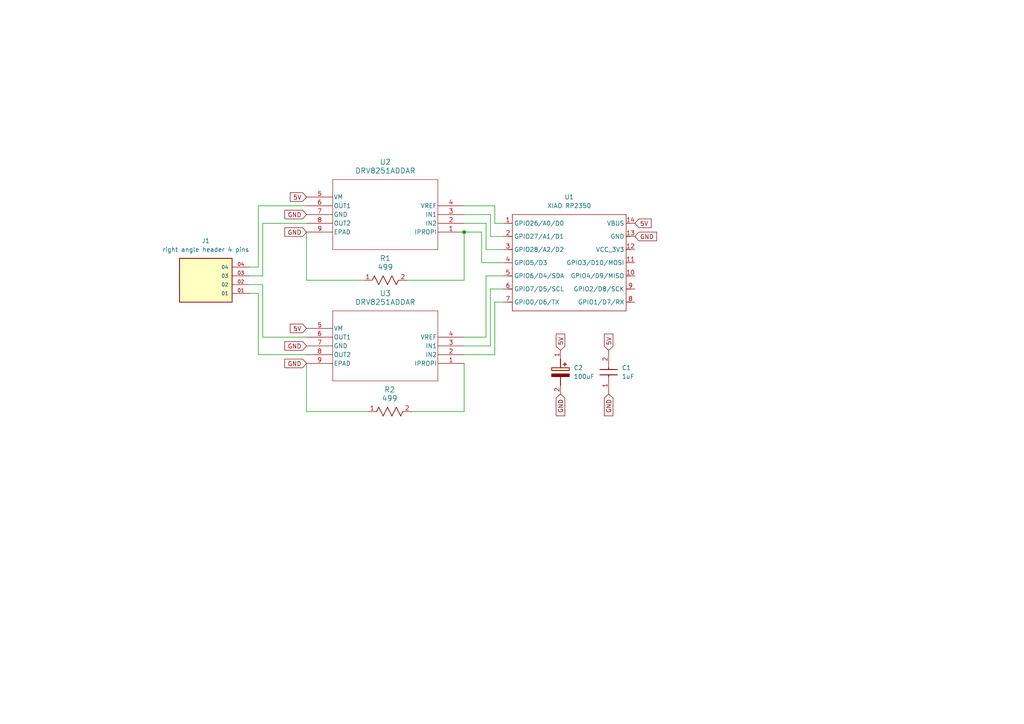
<source format=kicad_sch>
(kicad_sch (version 20250114) (generator "eeschema") (generator_version "9.0")
  (paper "A4")
  (lib_symbols
    (symbol "Neil:Capacitor 1206" (pin_names (hide yes))
      (property "Reference" "C" (at 8.89 6.35 0))
      (property "Value" "1uF" (at 8.89 3.81 0))
      (symbol "Capacitor 1206_1_1"
        (polyline (pts (xy 5.08 0) (xy 5.588 0)) (stroke (width 0.254)))
        (polyline (pts (xy 5.588 2.54) (xy 5.588 -2.54)) (stroke (width 0.254)))
        (polyline (pts (xy 7.112 2.54) (xy 7.112 -2.54)) (stroke (width 0.254)))
        (polyline (pts (xy 7.112 0) (xy 7.62 0)) (stroke (width 0.254)))
        (pin passive line (at 0 0 0) (length 5.08) (name "1") (number "1"))
        (pin passive line (at 12.7 0 180) (length 5.08) (name "2") (number "2"))
      )
    )
    (symbol "Neil:DRV8251ADDAR" (pin_names (offset 0.254))
      (property "Reference" "U" (at 22.86 10.16 0))
      (property "Value" "DRV8251ADDAR" (at 22.86 7.62 0))
      (symbol "DRV8251ADDAR_0_1"
        (polyline (pts (xy 7.62 5.08) (xy 7.62 -15.24)) (stroke (width 0.127)))
        (polyline (pts (xy 7.62 -15.24) (xy 38.1 -15.24)) (stroke (width 0.127)))
        (polyline (pts (xy 38.1 5.08) (xy 7.62 5.08)) (stroke (width 0.127)))
        (polyline (pts (xy 38.1 -15.24) (xy 38.1 5.08)) (stroke (width 0.127)))
        (pin power_in line (at 0 0 0) (length 7.62) (name "IPROPI") (number "1"))
        (pin input line (at 0 -2.54 0) (length 7.62) (name "IN2") (number "2"))
        (pin input line (at 0 -5.08 0) (length 7.62) (name "IN1") (number "3"))
        (pin power_in line (at 0 -7.62 0) (length 7.62) (name "VREF") (number "4"))
        (pin power_out line (at 45.72 0 180) (length 7.62) (name "EPAD") (number "9"))
        (pin output line (at 45.72 -2.54 180) (length 7.62) (name "OUT2") (number "8"))
        (pin power_out line (at 45.72 -5.08 180) (length 7.62) (name "GND") (number "7"))
        (pin output line (at 45.72 -7.62 180) (length 7.62) (name "OUT1") (number "6"))
        (pin power_in line (at 45.72 -10.16 180) (length 7.62) (name "VM") (number "5"))
      )
    )
    (symbol "Neil:Resistor 1206" (pin_names (offset 0.254))
      (property "Reference" "R" (at 5.715 3.81 0))
      (property "Value" "1k" (at 6.35 -3.81 0))
      (symbol "Resistor 1206_1_1"
        (polyline (pts (xy 2.54 0) (xy 3.175 1.27)) (stroke (width 0.2032)))
        (polyline (pts (xy 3.175 1.27) (xy 4.445 -1.27)) (stroke (width 0.2032)))
        (polyline (pts (xy 4.445 -1.27) (xy 5.715 1.27)) (stroke (width 0.2032)))
        (polyline (pts (xy 5.715 1.27) (xy 6.985 -1.27)) (stroke (width 0.2032)))
        (polyline (pts (xy 6.985 -1.27) (xy 8.255 1.27)) (stroke (width 0.2032)))
        (polyline (pts (xy 8.255 1.27) (xy 9.525 -1.27)) (stroke (width 0.2032)))
        (polyline (pts (xy 9.525 -1.27) (xy 10.16 0)) (stroke (width 0.2032)))
        (pin unspecified line (at 0 0 0) (length 2.54) (name "") (number "1"))
        (pin unspecified line (at 12.7 0 180) (length 2.54) (name "") (number "2"))
      )
      (symbol "Resistor 1206_1_2"
        (polyline (pts (xy -1.27 8.255) (xy 1.27 9.525)) (stroke (width 0.2032)))
        (polyline (pts (xy -1.27 5.715) (xy 1.27 6.985)) (stroke (width 0.2032)))
        (polyline (pts (xy -1.27 3.175) (xy 1.27 4.445)) (stroke (width 0.2032)))
        (polyline (pts (xy 0 2.54) (xy -1.27 3.175)) (stroke (width 0.2032)))
        (polyline (pts (xy 1.27 9.525) (xy 0 10.16)) (stroke (width 0.2032)))
        (polyline (pts (xy 1.27 6.985) (xy -1.27 8.255)) (stroke (width 0.2032)))
        (polyline (pts (xy 1.27 4.445) (xy -1.27 5.715)) (stroke (width 0.2032)))
        (pin unspecified line (at 0 12.7 270) (length 2.54) (name "") (number "1"))
        (pin unspecified line (at 0 0 90) (length 2.54) (name "") (number "2"))
      )
    )
    (symbol "Neil:XIAO RP2350"
      (property "Reference" "U" (at 1.016 2.794 0))
      (property "Value" "XIAO RP2350" (at 7.62 1.016 0))
      (symbol "XIAO RP2350_1_0"
        (polyline (pts (xy 0 0) (xy 33.02 0)) (stroke (width 0.1524)))
        (polyline (pts (xy 0 -2.54) (xy -1.27 -2.54)) (stroke (width 0.1524)))
        (polyline (pts (xy 0 -2.54) (xy 0 0)) (stroke (width 0.1524)))
        (polyline (pts (xy 0 -6.35) (xy -1.27 -6.35)) (stroke (width 0.1524)))
        (polyline (pts (xy 0 -6.35) (xy 0 -2.54)) (stroke (width 0.1524)))
        (polyline (pts (xy 0 -10.16) (xy -1.27 -10.16)) (stroke (width 0.1524)))
        (polyline (pts (xy 0 -10.16) (xy 0 -6.35)) (stroke (width 0.1524)))
        (polyline (pts (xy 0 -13.97) (xy -1.27 -13.97)) (stroke (width 0.1524)))
        (polyline (pts (xy 0 -13.97) (xy 0 -10.16)) (stroke (width 0.1524)))
        (polyline (pts (xy 0 -17.78) (xy -1.27 -17.78)) (stroke (width 0.1524)))
        (polyline (pts (xy 0 -21.59) (xy -1.27 -21.59)) (stroke (width 0.1524)))
        (polyline (pts (xy 0 -25.4) (xy -1.27 -25.4)) (stroke (width 0.1524)))
        (polyline (pts (xy 0 -27.94) (xy 0 -13.97)) (stroke (width 0.1524)))
        (polyline (pts (xy 33.02 0) (xy 33.02 -2.54)) (stroke (width 0.1524)))
        (polyline (pts (xy 33.02 -2.54) (xy 33.02 -6.35)) (stroke (width 0.1524)))
        (polyline (pts (xy 33.02 -6.35) (xy 33.02 -10.16)) (stroke (width 0.1524)))
        (polyline (pts (xy 33.02 -10.16) (xy 33.02 -27.94)) (stroke (width 0.1524)))
        (polyline (pts (xy 33.02 -27.94) (xy 0 -27.94)) (stroke (width 0.1524)))
        (polyline (pts (xy 34.29 -2.54) (xy 33.02 -2.54)) (stroke (width 0.1524)))
        (polyline (pts (xy 34.29 -6.35) (xy 33.02 -6.35)) (stroke (width 0.1524)))
        (polyline (pts (xy 34.29 -10.16) (xy 33.02 -10.16)) (stroke (width 0.1524)))
        (polyline (pts (xy 34.29 -13.97) (xy 33.02 -13.97)) (stroke (width 0.1524)))
        (polyline (pts (xy 34.29 -17.78) (xy 33.02 -17.78)) (stroke (width 0.1524)))
        (polyline (pts (xy 34.29 -21.59) (xy 33.02 -21.59)) (stroke (width 0.1524)))
        (polyline (pts (xy 34.29 -25.4) (xy 33.02 -25.4)) (stroke (width 0.1524)))
        (pin passive line (at -2.54 -2.54 0) (length 2.54) (name "GPIO26/A0/D0") (number "1"))
        (pin passive line (at -2.54 -6.35 0) (length 2.54) (name "GPIO27/A1/D1") (number "2"))
        (pin passive line (at -2.54 -10.16 0) (length 2.54) (name "GPIO28/A2/D2") (number "3"))
        (pin passive line (at -2.54 -13.97 0) (length 2.54) (name "GPIO5/D3") (number "4"))
        (pin passive line (at -2.54 -17.78 0) (length 2.54) (name "GPIO6/D4/SDA") (number "5"))
        (pin passive line (at -2.54 -21.59 0) (length 2.54) (name "GPIO7/D5/SCL") (number "6"))
        (pin passive line (at -2.54 -25.4 0) (length 2.54) (name "GPIO0/D6/TX") (number "7"))
        (pin passive line (at 35.56 -2.54 180) (length 2.54) (name "VBUS") (number "14"))
        (pin passive line (at 35.56 -6.35 180) (length 2.54) (name "GND") (number "13"))
        (pin passive line (at 35.56 -10.16 180) (length 2.54) (name "VCC_3V3") (number "12"))
        (pin passive line (at 35.56 -13.97 180) (length 2.54) (name "GPIO3/D10/MOSI") (number "11"))
        (pin passive line (at 35.56 -17.78 180) (length 2.54) (name "GPIO4/D9/MISO") (number "10"))
        (pin passive line (at 35.56 -21.59 180) (length 2.54) (name "GPIO2/D8/SCK") (number "9"))
        (pin passive line (at 35.56 -25.4 180) (length 2.54) (name "GPIO1/D7/RX") (number "8"))
      )
    )
    (symbol "Neil:capacitor 0.26x0.26" (pin_names (hide yes))
      (property "Reference" "C" (at 8.89 6.35 0))
      (property "Value" "100uF" (at 8.89 3.81 0))
      (symbol "capacitor 0.26x0.26_1_1"
        (polyline (pts (xy 2.54 0) (xy 5.08 0)) (stroke (width 0.254)))
        (polyline (pts (xy 4.064 1.778) (xy 4.064 0.762)) (stroke (width 0.254)))
        (polyline (pts (xy 4.572 1.27) (xy 3.556 1.27)) (stroke (width 0.254)))
        (rectangle (start 5.08 2.54) (end 5.842 -2.54) (stroke (width 0.254)) (fill (type background)))
        (polyline (pts (xy 7.62 2.54) (xy 7.62 -2.54) (xy 6.858 -2.54) (xy 6.858 2.54) (xy 7.62 2.54)) (stroke (width 0.254)) (fill (type outline)))
        (polyline (pts (xy 7.62 0) (xy 10.16 0)) (stroke (width 0.254)))
        (pin passive line (at 0 0 0) (length 2.54) (name "+") (number "1"))
        (pin passive line (at 12.7 0 180) (length 2.54) (name "-") (number "2"))
      )
    )
    (symbol "Neil:right angle header 4 pins" (pin_names (offset 1.016))
      (property "Reference" "J" (at -8.12 7.62 0))
      (property "Value" "right angle header 4 pins" (at -7.62 -7.62 0))
      (symbol "right angle header 4 pins_0_0"
        (rectangle (start -7.62 -5.08) (end 7.62 7.62) (stroke (width 0.254)) (fill (type background)))
        (pin passive line (at -12.7 5.08 0) (length 5.08) (name "01") (number "01"))
        (pin passive line (at -12.7 2.54 0) (length 5.08) (name "02") (number "02"))
        (pin passive line (at -12.7 0 0) (length 5.08) (name "03") (number "03"))
        (pin passive line (at -12.7 -2.54 0) (length 5.08) (name "04") (number "04"))
      )
    )
  )
  (junction (at 134.62 67.31))
  (wire (pts (xy 76.2 80.01) (xy 72.39 80.01)))
  (wire (pts (xy 76.2 64.77) (xy 76.2 80.01)))
  (wire (pts (xy 134.62 62.23) (xy 142.24 62.23)))
  (wire (pts (xy 106.68 119.38) (xy 88.9 119.38)))
  (wire (pts (xy 139.7 76.2) (xy 146.05 76.2)))
  (wire (pts (xy 118.11 81.28) (xy 134.62 81.28)))
  (wire (pts (xy 88.9 81.28) (xy 88.9 67.31)))
  (wire (pts (xy 134.62 97.79) (xy 140.97 97.79)))
  (wire (pts (xy 134.62 100.33) (xy 142.24 100.33)))
  (wire (pts (xy 74.93 77.47) (xy 72.39 77.47)))
  (wire (pts (xy 143.51 59.69) (xy 143.51 64.77)))
  (wire (pts (xy 88.9 119.38) (xy 88.9 105.41)))
  (wire (pts (xy 134.62 67.31) (xy 139.7 67.31)))
  (wire (pts (xy 142.24 83.82) (xy 146.05 83.82)))
  (wire (pts (xy 134.62 119.38) (xy 134.62 105.41)))
  (wire (pts (xy 88.9 64.77) (xy 76.2 64.77)))
  (wire (pts (xy 140.97 97.79) (xy 140.97 80.01)))
  (wire (pts (xy 74.93 102.87) (xy 74.93 85.09)))
  (wire (pts (xy 88.9 59.69) (xy 74.93 59.69)))
  (wire (pts (xy 143.51 64.77) (xy 146.05 64.77)))
  (wire (pts (xy 88.9 97.79) (xy 76.2 97.79)))
  (wire (pts (xy 142.24 100.33) (xy 142.24 83.82)))
  (wire (pts (xy 134.62 102.87) (xy 143.51 102.87)))
  (wire (pts (xy 143.51 87.63) (xy 146.05 87.63)))
  (wire (pts (xy 142.24 68.58) (xy 146.05 68.58)))
  (wire (pts (xy 134.62 59.69) (xy 143.51 59.69)))
  (wire (pts (xy 134.62 81.28) (xy 134.62 67.31)))
  (wire (pts (xy 105.41 81.28) (xy 88.9 81.28)))
  (wire (pts (xy 140.97 64.77) (xy 140.97 72.39)))
  (wire (pts (xy 140.97 80.01) (xy 146.05 80.01)))
  (wire (pts (xy 139.7 67.31) (xy 139.7 76.2)))
  (wire (pts (xy 143.51 102.87) (xy 143.51 87.63)))
  (wire (pts (xy 140.97 72.39) (xy 146.05 72.39)))
  (wire (pts (xy 76.2 97.79) (xy 76.2 82.55)))
  (wire (pts (xy 88.9 102.87) (xy 74.93 102.87)))
  (wire (pts (xy 134.62 64.77) (xy 140.97 64.77)))
  (wire (pts (xy 74.93 59.69) (xy 74.93 77.47)))
  (wire (pts (xy 142.24 62.23) (xy 142.24 68.58)))
  (wire (pts (xy 76.2 82.55) (xy 72.39 82.55)))
  (wire (pts (xy 74.93 85.09) (xy 72.39 85.09)))
  (wire (pts (xy 119.38 119.38) (xy 134.62 119.38)))
  (global_label "5V" (shape input) (at 176.53 101.6 90) (property "Intersheetrefs" "${INTERSHEET_REFS}" (effects (hide yes))))
  (global_label "5V" (shape input) (at 162.56 101.6 90) (property "Intersheetrefs" "${INTERSHEET_REFS}" (effects (hide yes))))
  (global_label "5V" (shape input) (at 184.15 64.77 0) (property "Intersheetrefs" "${INTERSHEET_REFS}" (effects (hide yes))))
  (global_label "GND" (shape input) (at 88.9 105.41 180) (property "Intersheetrefs" "${INTERSHEET_REFS}" (effects (hide yes))))
  (global_label "GND" (shape input) (at 88.9 67.31 180) (property "Intersheetrefs" "${INTERSHEET_REFS}" (effects (hide yes))))
  (global_label "GND" (shape input) (at 162.56 114.3 270) (property "Intersheetrefs" "${INTERSHEET_REFS}" (effects (hide yes))))
  (global_label "GND" (shape input) (at 88.9 100.33 180) (property "Intersheetrefs" "${INTERSHEET_REFS}" (effects (hide yes))))
  (global_label "GND" (shape input) (at 176.53 114.3 270) (property "Intersheetrefs" "${INTERSHEET_REFS}" (effects (hide yes))))
  (global_label "GND" (shape input) (at 88.9 62.23 180) (property "Intersheetrefs" "${INTERSHEET_REFS}" (effects (hide yes))))
  (global_label "GND" (shape input) (at 184.15 68.58 0) (property "Intersheetrefs" "${INTERSHEET_REFS}" (effects (hide yes))))
  (global_label "5V" (shape input) (at 88.9 57.15 180) (property "Intersheetrefs" "${INTERSHEET_REFS}" (effects (hide yes))))
  (global_label "5V" (shape input) (at 88.9 95.25 180) (property "Intersheetrefs" "${INTERSHEET_REFS}" (effects (hide yes))))
  (symbol (lib_id "Neil:DRV8251ADDAR") (at 134.62 105.41 180) (unit 1)
    (property "Reference" "U3" (at 111.76 85.09 0) (effects (font (size 1.524 1.524))))
    (property "Value" "DRV8251ADDAR" (at 111.76 87.63 0) (effects (font (size 1.524 1.524))))
    (property "Footprint" "Neil:DRV8251ADDAR" (effects (hide yes)))
    (property "Datasheet" "DRV8251ADDAR" (effects (hide yes)))
  )
  (symbol (lib_id "Neil:Resistor 1206") (at 106.68 119.38 0) (unit 1)
    (property "Reference" "R2" (at 113.03 113.03 0) (effects (font (size 1.524 1.524))))
    (property "Value" "499" (at 113.03 115.57 0) (effects (font (size 1.524 1.524))))
    (property "Footprint" "Neil:Resistor 1206" (effects (hide yes)))
    (property "Datasheet" "RC1206FR-071KL" (effects (hide yes)))
  )
  (symbol (lib_id "Neil:XIAO RP2350") (at 148.59 62.23 0) (unit 1)
    (property "Reference" "U1" (at 165.1 57.15 0))
    (property "Value" "XIAO RP2350" (at 165.1 59.69 0))
    (property "Footprint" "Neil:XIAO-RP2350-SMD" (effects (hide yes)))
  )
  (symbol (lib_id "Neil:right angle header 4 pins") (at 59.69 80.01 180) (unit 1)
    (property "Reference" "J1" (at 59.69 69.85 0))
    (property "Value" "right angle header 4 pins" (at 59.69 72.39 0))
    (property "Footprint" "Neil:right angle header 4 pins" (effects (hide yes)))
    (property "MF" "Samtec" (effects (hide yes)))
    (property "Description_1" "Connector Header Surface Mount, Right Angle 4 position 0.100 (2.54mm)" (effects (hide yes)))
    (property "Package" "None" (effects (hide yes)))
    (property "Price" "None" (effects (hide yes)))
    (property "Check_prices" "https://www.snapeda.com/parts/TSM-104-01-S-SH-K-TR/Samtec/view-part/?ref=eda" (effects (hide yes)))
    (property "STANDARD" "Manufacturer Recommendations" (effects (hide yes)))
    (property "PARTREV" "R" (effects (hide yes)))
    (property "SnapEDA_Link" "https://www.snapeda.com/parts/TSM-104-01-S-SH-K-TR/Samtec/view-part/?ref=snap" (effects (hide yes)))
    (property "MP" "TSM-104-01-S-SH-K-TR" (effects (hide yes)))
    (property "Availability" "In Stock" (effects (hide yes)))
    (property "MANUFACTURER" "Samtec" (effects (hide yes)))
  )
  (symbol (lib_id "Neil:Capacitor 1206") (at 176.53 114.3 90) (unit 1)
    (property "Reference" "C1" (at 180.34 106.6799 90) (effects (justify right)))
    (property "Value" "1uF" (at 180.34 109.2199 90) (effects (justify right)))
    (property "Footprint" "Neil:Resistor 1206" (effects (hide yes)))
    (property "Datasheet" "https://product.tdk.com/info/en/catalog/datasheets/mlcc_commercial_midvoltage_en.pdf" (effects (hide yes)))
    (property "Description" "1206 X7R ceramic capacitor 50V 1uF TDK C3216 C 1uF Ceramic Multilayer Capacitor, 50 V dc X7R Dielectric +/-10% SMD" (effects (hide yes)))
    (property "Height" "1.8" (effects (hide yes)))
    (property "Manufacturer_Name" "TDK" (effects (hide yes)))
    (property "Manufacturer_Part_Number" "C3216X7R1H105K160AB" (effects (hide yes)))
    (property "Mouser Part Number" "810-C3216X7R1H105K" (effects (hide yes)))
    (property "Mouser Price/Stock" "https://www.mouser.co.uk/ProductDetail/TDK/C3216X7R1H105K160AB?qs=NRhsANhppD9o2v7nR8CCQg%3D%3D" (effects (hide yes)))
    (property "Arrow Part Number" "C3216X7R1H105K160AB" (effects (hide yes)))
    (property "Arrow Price/Stock" "https://www.arrow.com/en/products/c3216x7r1h105k160ab/tdk?region=nac" (effects (hide yes)))
  )
  (symbol (lib_id "Neil:Resistor 1206") (at 105.41 81.28 0) (unit 1)
    (property "Reference" "R1" (at 111.76 74.93 0) (effects (font (size 1.524 1.524))))
    (property "Value" "499" (at 111.76 77.47 0) (effects (font (size 1.524 1.524))))
    (property "Footprint" "Neil:Resistor 1206" (effects (hide yes)))
    (property "Datasheet" "RC1206FR-071KL" (effects (hide yes)))
  )
  (symbol (lib_id "Neil:capacitor 0.26x0.26") (at 162.56 101.6 270) (unit 1)
    (property "Reference" "C2" (at 166.37 106.6799 90) (effects (justify left)))
    (property "Value" "100uF" (at 166.37 109.2199 90) (effects (justify left)))
    (property "Footprint" "Neil:EEEHP1H4R7P" (effects (hide yes)))
    (property "Datasheet" "http://industrial.panasonic.com/cdbs/www-data/pdf/RDE0000/RDE0000C1266.pdf" (effects (hide yes)))
    (property "Description" "Aluminum Electrolytic Capacitors - SMD 25VDC 100uF 20% 6.3x5.8mm AEC-Q200" (effects (hide yes)))
    (property "Manufacturer_Name" "Panasonic" (effects (hide yes)))
    (property "Manufacturer_Part_Number" "EEE-FN1E101UL" (effects (hide yes)))
    (property "Mouser Part Number" "667-EEE-FN1E101UL" (effects (hide yes)))
    (property "Mouser Price/Stock" "https://www.mouser.co.uk/ProductDetail/Panasonic/EEE-FN1E101UL?qs=vmHwEFxEFR%2FTCY6hshedlQ%3D%3D" (effects (hide yes)))
    (property "Arrow Part Number" "EEE-FN1E101UL" (effects (hide yes)))
    (property "Arrow Price/Stock" "https://www.arrow.com/en/products/eee-fn1e101ul/panasonic?region=nac" (effects (hide yes)))
  )
  (symbol (lib_id "Neil:DRV8251ADDAR") (at 134.62 67.31 180) (unit 1)
    (property "Reference" "U2" (at 111.76 46.99 0) (effects (font (size 1.524 1.524))))
    (property "Value" "DRV8251ADDAR" (at 111.76 49.53 0) (effects (font (size 1.524 1.524))))
    (property "Footprint" "Neil:DRV8251ADDAR" (effects (hide yes)))
    (property "Datasheet" "DRV8251ADDAR" (effects (hide yes)))
  )
)
</source>
